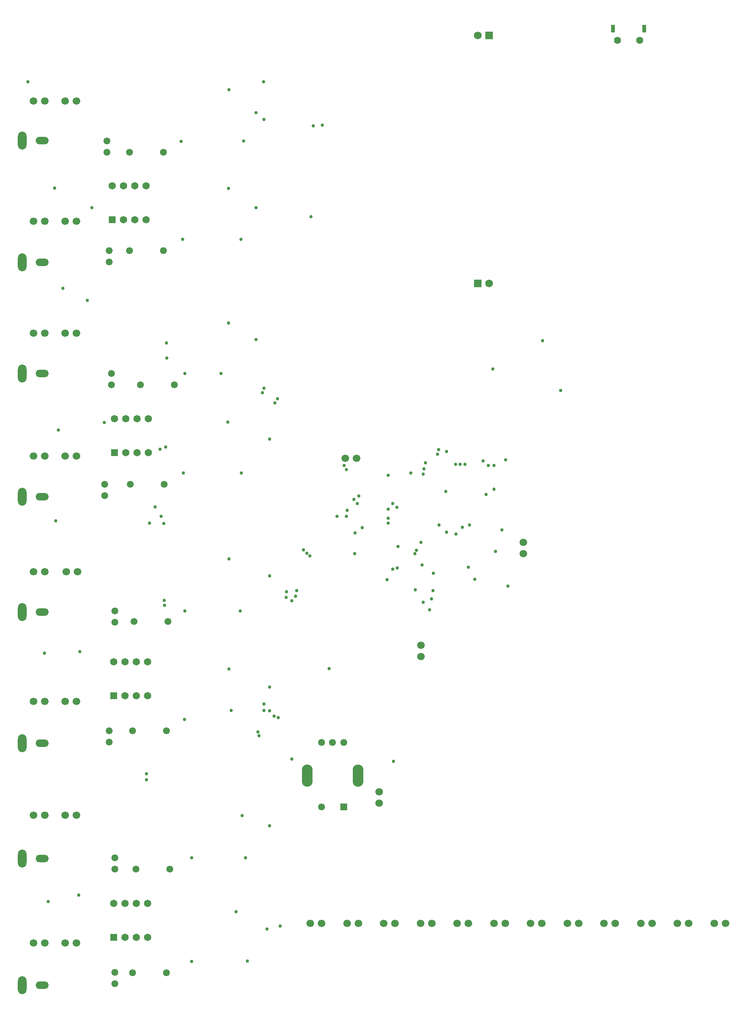
<source format=gbs>
G04*
G04 #@! TF.GenerationSoftware,Altium Limited,Altium Designer,25.3.3 (18)*
G04*
G04 Layer_Color=16711935*
%FSLAX44Y44*%
%MOMM*%
G71*
G04*
G04 #@! TF.SameCoordinates,B03FB70F-F8BE-43E9-B780-EF2A816BF6E4*
G04*
G04*
G04 #@! TF.FilePolarity,Negative*
G04*
G01*
G75*
G04:AMPARAMS|DCode=46|XSize=1.674mm|YSize=0.912mm|CornerRadius=0mm|HoleSize=0mm|Usage=FLASHONLY|Rotation=270.000|XOffset=0mm|YOffset=0mm|HoleType=Round|Shape=RoundedRectangle|*
%AMROUNDEDRECTD46*
21,1,1.6740,0.9120,0,0,270.0*
21,1,1.6740,0.9120,0,0,270.0*
1,1,0.0000,-0.4560,-0.8370*
1,1,0.0000,-0.4560,0.8370*
1,1,0.0000,0.4560,0.8370*
1,1,0.0000,0.4560,-0.8370*
%
%ADD46ROUNDEDRECTD46*%
%ADD47C,1.6000*%
%ADD48C,0.1500*%
%ADD49O,1.9500X4.0500*%
%ADD50O,2.9500X1.6500*%
%ADD51C,1.7000*%
%ADD52C,1.6500*%
%ADD53R,1.6500X1.6500*%
%ADD54C,1.5500*%
%ADD55R,1.7500X1.7500*%
%ADD56C,1.7500*%
%ADD57R,1.5500X1.5500*%
%ADD58C,1.5500*%
G04:AMPARAMS|DCode=59|XSize=2.4mm|YSize=5mm|CornerRadius=1.2mm|HoleSize=0mm|Usage=FLASHONLY|Rotation=180.000|XOffset=0mm|YOffset=0mm|HoleType=Round|Shape=RoundedRectangle|*
%AMROUNDEDRECTD59*
21,1,2.4000,2.6000,0,0,180.0*
21,1,0.0000,5.0000,0,0,180.0*
1,1,2.4000,0.0000,1.3000*
1,1,2.4000,0.0000,1.3000*
1,1,2.4000,0.0000,-1.3000*
1,1,2.4000,0.0000,-1.3000*
%
%ADD59ROUNDEDRECTD59*%
%ADD60C,0.7500*%
D46*
X1442720Y2280920D02*
D03*
X1372720D02*
D03*
D47*
X1432720Y2253920D02*
D03*
X1382720D02*
D03*
D48*
X1550500Y2200000D02*
D03*
Y100000D02*
D03*
X150000Y2200000D02*
D03*
Y100000D02*
D03*
D49*
X44000Y1755648D02*
D03*
Y2028698D02*
D03*
Y1505458D02*
D03*
Y1228598D02*
D03*
Y416560D02*
D03*
Y970280D02*
D03*
Y675640D02*
D03*
Y132080D02*
D03*
D50*
X89000Y1755648D02*
D03*
Y2028698D02*
D03*
Y1505458D02*
D03*
Y1228598D02*
D03*
Y416560D02*
D03*
Y970280D02*
D03*
Y675640D02*
D03*
Y132080D02*
D03*
D51*
X795800Y1315360D02*
D03*
X770400D02*
D03*
X847090Y541020D02*
D03*
Y566420D02*
D03*
X692150Y270510D02*
D03*
X717550D02*
D03*
X774700D02*
D03*
X800100D02*
D03*
X857250D02*
D03*
X882650D02*
D03*
X939800D02*
D03*
X965200D02*
D03*
X1022350D02*
D03*
X1047750D02*
D03*
X1104900D02*
D03*
X1130300D02*
D03*
X1212850D02*
D03*
X1187450D02*
D03*
X1295400D02*
D03*
X1270000D02*
D03*
X1377950D02*
D03*
X1352550D02*
D03*
X1460500D02*
D03*
X1435100D02*
D03*
X1625600D02*
D03*
X1600200D02*
D03*
X1543050D02*
D03*
X1517650D02*
D03*
X1170940Y1126490D02*
D03*
Y1101090D02*
D03*
X941070Y895350D02*
D03*
Y869950D02*
D03*
X95250Y2118360D02*
D03*
X69850D02*
D03*
X166370Y1320800D02*
D03*
X140970D02*
D03*
X95250D02*
D03*
X69850D02*
D03*
Y226220D02*
D03*
X95250D02*
D03*
X166370D02*
D03*
X140970D02*
D03*
X168910Y1060450D02*
D03*
X143510D02*
D03*
X95250D02*
D03*
X69850D02*
D03*
X95250Y513240D02*
D03*
X69850D02*
D03*
X166370D02*
D03*
X140970D02*
D03*
X166370Y769620D02*
D03*
X140970D02*
D03*
X95250D02*
D03*
X69850D02*
D03*
X140970Y2118360D02*
D03*
X166370D02*
D03*
X140970Y1847850D02*
D03*
X166370D02*
D03*
X69850D02*
D03*
X95250D02*
D03*
X140970Y1596390D02*
D03*
X166370D02*
D03*
X69850D02*
D03*
X95250D02*
D03*
D52*
X326390Y315120D02*
D03*
X300990D02*
D03*
X275590D02*
D03*
X250190D02*
D03*
X326390Y238920D02*
D03*
X300990D02*
D03*
X275590D02*
D03*
X250190Y858520D02*
D03*
X326390D02*
D03*
X300990D02*
D03*
X275590D02*
D03*
X326390Y782320D02*
D03*
X300990D02*
D03*
X275590D02*
D03*
X246380Y1927860D02*
D03*
X251460Y1404620D02*
D03*
X327660D02*
D03*
X302260D02*
D03*
X276860D02*
D03*
X327660Y1328420D02*
D03*
X302260D02*
D03*
X276860D02*
D03*
X271780Y1851660D02*
D03*
X297180D02*
D03*
X322580D02*
D03*
X271780Y1927860D02*
D03*
X297180D02*
D03*
X322580D02*
D03*
D53*
X250190Y238920D02*
D03*
Y782320D02*
D03*
X251460Y1328420D02*
D03*
X246380Y1851660D02*
D03*
D54*
X285750Y2002790D02*
D03*
X361950D02*
D03*
X234950Y2028190D02*
D03*
Y2002790D02*
D03*
X252730Y134780D02*
D03*
Y160180D02*
D03*
X292100Y160020D02*
D03*
X368300D02*
D03*
X295910Y948690D02*
D03*
X372110D02*
D03*
X252730Y972820D02*
D03*
Y947420D02*
D03*
X240030Y678180D02*
D03*
Y703580D02*
D03*
X292100D02*
D03*
X368300D02*
D03*
X240030Y1781810D02*
D03*
Y1756410D02*
D03*
X361950Y1781810D02*
D03*
X285750D02*
D03*
X245110Y1480820D02*
D03*
Y1506220D02*
D03*
X229870Y1257300D02*
D03*
Y1231900D02*
D03*
X386080Y1480820D02*
D03*
X309880D02*
D03*
X363220Y1257300D02*
D03*
X287020D02*
D03*
X252730Y392590D02*
D03*
Y417990D02*
D03*
X375920Y392430D02*
D03*
X299720D02*
D03*
D55*
X1068578Y1708404D02*
D03*
X1093978Y2265680D02*
D03*
D56*
Y1708404D02*
D03*
X1068578Y2265680D02*
D03*
D57*
X767080Y532130D02*
D03*
D58*
X717080D02*
D03*
X767080Y677130D02*
D03*
X742080D02*
D03*
X717080D02*
D03*
D59*
X799080Y602130D02*
D03*
X685080D02*
D03*
D60*
X998220Y1149350D02*
D03*
X943610Y1075690D02*
D03*
X808990Y1159510D02*
D03*
X1050290Y1165860D02*
D03*
X1087120Y1234440D02*
D03*
X1104900Y1299210D02*
D03*
Y1245870D02*
D03*
X996950Y1240790D02*
D03*
X930910Y1108710D02*
D03*
X864870Y1042670D02*
D03*
X1047750Y1070610D02*
D03*
X1061720Y1043940D02*
D03*
X116840Y1922780D02*
D03*
X200660Y1878330D02*
D03*
X119380Y1174750D02*
D03*
X946150Y991870D02*
D03*
X964872Y999770D02*
D03*
X57150Y2161540D02*
D03*
X586740D02*
D03*
X791977Y1101467D02*
D03*
X792480Y1148080D02*
D03*
X797560Y1214120D02*
D03*
X867410Y1277620D02*
D03*
X1136650Y1028700D02*
D03*
X1108710Y1106170D02*
D03*
X1080770Y1309370D02*
D03*
X734060Y843280D02*
D03*
X1254799Y1468122D02*
D03*
X1033780Y1160780D02*
D03*
X425450Y185420D02*
D03*
X550117Y185966D02*
D03*
X525083Y296805D02*
D03*
X425450Y417830D02*
D03*
X546126Y417531D02*
D03*
X538480Y513080D02*
D03*
X342900Y1206500D02*
D03*
X600411Y1051220D02*
D03*
X509270Y1089660D02*
D03*
X410210Y972820D02*
D03*
X534670D02*
D03*
X509270Y842010D02*
D03*
X514350Y749300D02*
D03*
X408940Y728980D02*
D03*
X508000Y1619250D02*
D03*
X410210Y1506220D02*
D03*
X491490D02*
D03*
X506730Y1397000D02*
D03*
X537210Y1282700D02*
D03*
X406400D02*
D03*
X405130Y1807210D02*
D03*
X535940D02*
D03*
X508000Y1921510D02*
D03*
X401802Y2027740D02*
D03*
X541706Y2028225D02*
D03*
X509270Y2143760D02*
D03*
X1214120Y1579880D02*
D03*
X1019810Y1145540D02*
D03*
X659130Y1005840D02*
D03*
X362300Y1169156D02*
D03*
X330200Y1169670D02*
D03*
X638810Y1016000D02*
D03*
X356543Y1184734D02*
D03*
X661670Y1018540D02*
D03*
X650240Y995680D02*
D03*
X887730Y1069340D02*
D03*
X877590Y1066800D02*
D03*
X927100Y1101090D02*
D03*
X867410Y1201420D02*
D03*
X877570Y1214120D02*
D03*
X886460Y1205230D02*
D03*
X867410Y1181100D02*
D03*
X968873Y1056660D02*
D03*
X125730Y1379220D02*
D03*
X354330Y1336040D02*
D03*
X773430Y1290320D02*
D03*
X918210Y1282700D02*
D03*
X947420Y1291590D02*
D03*
X228600Y1395730D02*
D03*
X367030Y1341120D02*
D03*
X768350Y1299210D02*
D03*
X951230Y1305560D02*
D03*
X190500Y1670050D02*
D03*
X369570Y1540510D02*
D03*
X977900Y1324610D02*
D03*
X1018540Y1301750D02*
D03*
X1028700D02*
D03*
X135890Y1697040D02*
D03*
X368300Y1574800D02*
D03*
X980440Y1334770D02*
D03*
X998025Y1330421D02*
D03*
X867410Y1169670D02*
D03*
X690880Y1096010D02*
D03*
X684530Y1102360D02*
D03*
X773430Y1184910D02*
D03*
X637540Y1003300D02*
D03*
X774700Y1198880D02*
D03*
X751840Y1184910D02*
D03*
X676910Y1109980D02*
D03*
X364490Y985520D02*
D03*
X173990Y881380D02*
D03*
X93980Y877570D02*
D03*
X363550Y995840D02*
D03*
X612315Y1440180D02*
D03*
X889000Y1117600D02*
D03*
X618490Y1449070D02*
D03*
X588010Y1473200D02*
D03*
X584128Y1462299D02*
D03*
X1092200Y1299210D02*
D03*
X1131570Y1311910D02*
D03*
X600710Y748030D02*
D03*
X928370Y1019810D02*
D03*
X693420Y1858010D02*
D03*
X698500Y2062480D02*
D03*
X718820Y2063750D02*
D03*
X967740Y1018540D02*
D03*
X1102360Y1516380D02*
D03*
X588010Y2076450D02*
D03*
X960120Y975360D02*
D03*
X1040130Y1301750D02*
D03*
X946150Y1280160D02*
D03*
X878840Y635000D02*
D03*
X588010Y763270D02*
D03*
X323850Y607060D02*
D03*
X587854Y748775D02*
D03*
X323850Y593090D02*
D03*
X650240Y640080D02*
D03*
X102870Y320040D02*
D03*
X574035Y700302D02*
D03*
X610870Y736600D02*
D03*
X801370Y1230630D02*
D03*
X789940Y1223010D02*
D03*
X619760Y732790D02*
D03*
X576580Y692150D02*
D03*
X171450Y334010D02*
D03*
X623864Y264909D02*
D03*
X981710Y1165860D02*
D03*
X941070Y1126490D02*
D03*
X600710Y1358900D02*
D03*
Y801370D02*
D03*
Y490220D02*
D03*
X594360Y257810D02*
D03*
X570230Y1582420D02*
D03*
Y1878330D02*
D03*
Y2091690D02*
D03*
X1122680Y1154430D02*
D03*
M02*

</source>
